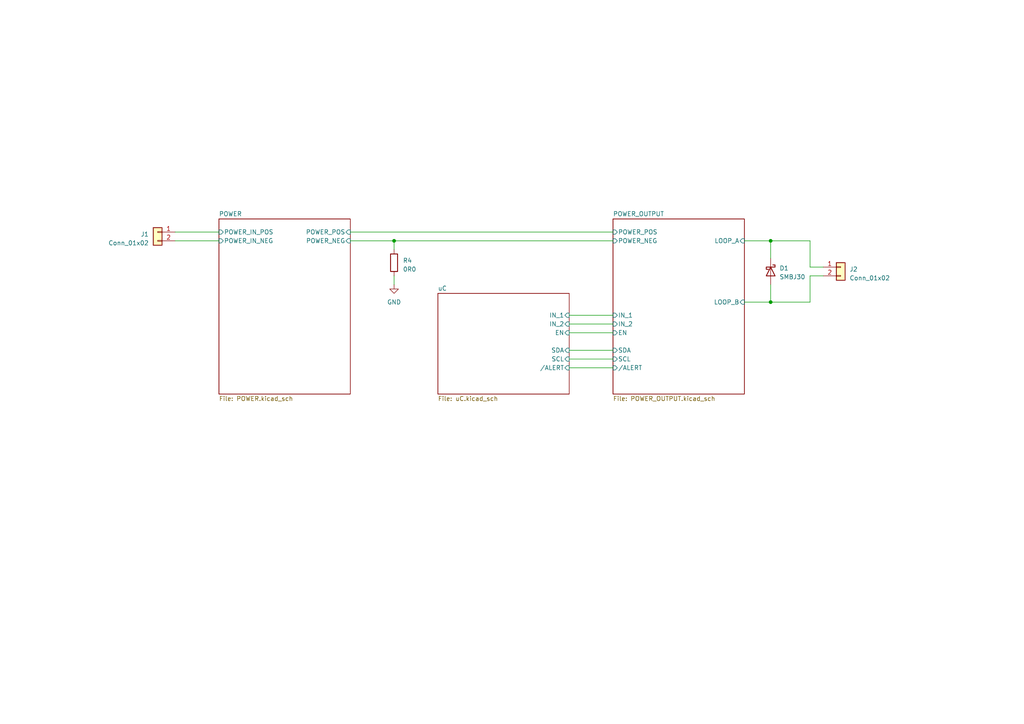
<source format=kicad_sch>
(kicad_sch (version 20230121) (generator eeschema)
  (paper "A4")
  (lib_symbols
    (symbol "Connector_Generic:Conn_01x02" (pin_names (offset 1.016) hide)
      (property "Reference" "J" (at 0 2.54 0))
      (property "Value" "Conn_01x02" (at 0 -5.08 0))
      (symbol "Conn_01x02_1_1"
        (rectangle (start -1.27 -2.413) (end 0 -2.667) (stroke (width 0.1524)))
        (rectangle (start -1.27 0.127) (end 0 -0.127) (stroke (width 0.1524)))
        (rectangle (start -1.27 1.27) (end 1.27 -3.81) (stroke (width 0.254)) (fill (type background)))
        (pin passive line (at -5.08 0 0) (length 3.81) (name "Pin_1") (number "1"))
        (pin passive line (at -5.08 -2.54 0) (length 3.81) (name "Pin_2") (number "2"))
      )
    )
    (symbol "Device:R" (pin_numbers hide) (pin_names (offset 0))
      (property "Reference" "R" (at 2.032 0 90))
      (property "Value" "R" (at 0 0 90))
      (symbol "R_0_1"
        (rectangle (start -1.016 -2.54) (end 1.016 2.54) (stroke (width 0.254)))
      )
      (symbol "R_1_1"
        (pin passive line (at 0 3.81 270) (length 1.27) (name "~") (number "1"))
        (pin passive line (at 0 -3.81 90) (length 1.27) (name "~") (number "2"))
      )
    )
    (symbol "Diode:B260" (pin_numbers hide) (pin_names (offset 1.016) hide)
      (property "Reference" "D" (at 0 2.54 0))
      (property "Value" "B260" (at 0 -2.54 0))
      (symbol "B260_0_1"
        (polyline (pts (xy 1.27 0) (xy -1.27 0)))
        (polyline (pts (xy 1.27 1.27) (xy 1.27 -1.27) (xy -1.27 0) (xy 1.27 1.27)) (stroke (width 0.254)))
        (polyline (pts (xy -1.905 0.635) (xy -1.905 1.27) (xy -1.27 1.27) (xy -1.27 -1.27) (xy -0.635 -1.27) (xy -0.635 -0.635)) (stroke (width 0.254)))
      )
      (symbol "B260_1_1"
        (pin passive line (at -3.81 0 0) (length 2.54) (name "K") (number "1"))
        (pin passive line (at 3.81 0 180) (length 2.54) (name "A") (number "2"))
      )
    )
    (symbol "power:GND" (power) (pin_names (offset 0))
      (property "Value" "GND" (at 0 -3.81 0))
      (symbol "GND_0_1"
        (polyline (pts (xy 0 0) (xy 0 -1.27) (xy 1.27 -1.27) (xy 0 -2.54) (xy -1.27 -1.27) (xy 0 -1.27)))
      )
      (symbol "GND_1_1"
        (pin power_in line (at 0 0 270) (length 0) hide (name "GND") (number "1"))
      )
    )
  )
  (junction (at 223.52 69.85))
  (junction (at 223.52 87.63))
  (junction (at 114.3 69.85))
  (wire (pts (xy 50.8 67.31) (xy 63.5 67.31)))
  (wire (pts (xy 223.52 87.63) (xy 234.95 87.63)))
  (wire (pts (xy 101.6 69.85) (xy 114.3 69.85)))
  (wire (pts (xy 215.9 69.85) (xy 223.52 69.85)))
  (wire (pts (xy 50.8 69.85) (xy 63.5 69.85)))
  (wire (pts (xy 223.52 74.93) (xy 223.52 69.85)))
  (wire (pts (xy 101.6 67.31) (xy 177.8 67.31)))
  (wire (pts (xy 215.9 87.63) (xy 223.52 87.63)))
  (wire (pts (xy 165.1 101.6) (xy 177.8 101.6)))
  (wire (pts (xy 165.1 93.98) (xy 177.8 93.98)))
  (wire (pts (xy 223.52 82.55) (xy 223.52 87.63)))
  (wire (pts (xy 165.1 104.14) (xy 177.8 104.14)))
  (wire (pts (xy 165.1 91.44) (xy 177.8 91.44)))
  (wire (pts (xy 165.1 106.68) (xy 177.8 106.68)))
  (wire (pts (xy 114.3 69.85) (xy 177.8 69.85)))
  (wire (pts (xy 223.52 69.85) (xy 234.95 69.85)))
  (wire (pts (xy 238.76 77.47) (xy 234.95 77.47)))
  (wire (pts (xy 114.3 69.85) (xy 114.3 72.39)))
  (wire (pts (xy 234.95 77.47) (xy 234.95 69.85)))
  (wire (pts (xy 114.3 80.01) (xy 114.3 82.55)))
  (wire (pts (xy 234.95 80.01) (xy 234.95 87.63)))
  (wire (pts (xy 238.76 80.01) (xy 234.95 80.01)))
  (wire (pts (xy 165.1 96.52) (xy 177.8 96.52)))
  (symbol (lib_id "power:GND") (at 114.3 82.55 0) (unit 1)
    (property "Reference" "#PWR09" (effects hide))
    (property "Value" "GND" (at 114.3 87.63 0))
  )
  (symbol (lib_id "Connector_Generic:Conn_01x02") (at 243.84 77.47 0) (unit 1)
    (property "Reference" "J2" (at 246.38 78.105 0) (effects (justify left)))
    (property "Value" "Conn_01x02" (at 246.38 80.645 0) (effects (justify left)))
    (property "Footprint" "Connector_Phoenix_MC_HighVoltage:PhoenixContact_MCV_1,5_2-G-5.08_1x02_P5.08mm_Vertical" (effects hide))
  )
  (symbol (lib_id "Diode:B260") (at 223.52 78.74 270) (unit 1)
    (property "Reference" "D1" (at 226.06 77.7875 90) (effects (justify left)))
    (property "Value" "SMBJ30" (at 226.06 80.3275 90) (effects (justify left)))
    (property "Footprint" "Diode_SMD:D_SMB" (effects hide))
    (property "Datasheet" "http://www.jameco.com/Jameco/Products/ProdDS/1538777.pdf" (effects hide))
  )
  (symbol (lib_id "Connector_Generic:Conn_01x02") (at 45.72 67.31 0) (mirror y) (unit 1)
    (property "Reference" "J1" (at 43.18 67.945 0) (effects (justify left)))
    (property "Value" "Conn_01x02" (at 43.18 70.485 0) (effects (justify left)))
    (property "Footprint" "Connector_Phoenix_MC_HighVoltage:PhoenixContact_MCV_1,5_2-G-5.08_1x02_P5.08mm_Vertical" (effects hide))
  )
  (symbol (lib_id "Device:R") (at 114.3 76.2 0) (unit 1)
    (property "Reference" "R4" (at 116.84 75.565 0) (effects (justify left)))
    (property "Value" "0R0" (at 116.84 78.105 0) (effects (justify left)))
    (property "Footprint" "Resistor_SMD:R_0603_1608Metric" (effects hide))
  )
  (sheet (at 63.5 63.5) (size 38.1 50.8) (stroke (width 0.1524))
    (property "Sheetname" "POWER" (at 63.5 62.7884 0) (effects (justify left bottom)))
    (property "Sheetfile" "POWER.kicad_sch" (at 63.5 114.8846 0) (effects (justify left top)))
    (pin "POWER_NEG" input (at 101.6 69.85 0))
    (pin "POWER_POS" input (at 101.6 67.31 0))
    (pin "POWER_IN_POS" input (at 63.5 67.31 180))
    (pin "POWER_IN_NEG" input (at 63.5 69.85 180))
  )
  (sheet (at 127 85.09) (size 38.1 29.21) (stroke (width 0.1524))
    (property "Sheetname" "uC" (at 127 84.3784 0) (effects (justify left bottom)))
    (property "Sheetfile" "uC.kicad_sch" (at 127 114.8846 0) (effects (justify left top)))
    (pin "IN_2" input (at 165.1 93.98 0))
    (pin "EN" input (at 165.1 96.52 0))
    (pin "IN_1" input (at 165.1 91.44 0))
    (pin "SCL" input (at 165.1 104.14 0))
    (pin "{slash}ALERT" input (at 165.1 106.68 0))
    (pin "SDA" input (at 165.1 101.6 0))
  )
  (sheet (at 177.8 63.5) (size 38.1 50.8) (stroke (width 0.1524))
    (property "Sheetname" "POWER_OUTPUT" (at 177.8 62.7884 0) (effects (justify left bottom)))
    (property "Sheetfile" "POWER_OUTPUT.kicad_sch" (at 177.8 114.8846 0) (effects (justify left top)))
    (pin "IN_2" input (at 177.8 93.98 180))
    (pin "IN_1" input (at 177.8 91.44 180))
    (pin "EN" input (at 177.8 96.52 180))
    (pin "POWER_NEG" input (at 177.8 69.85 180))
    (pin "{slash}ALERT" input (at 177.8 106.68 180))
    (pin "SCL" input (at 177.8 104.14 180))
    (pin "SDA" input (at 177.8 101.6 180))
    (pin "POWER_POS" input (at 177.8 67.31 180))
    (pin "LOOP_A" input (at 215.9 69.85 0))
    (pin "LOOP_B" input (at 215.9 87.63 0))
  )
)
</source>
